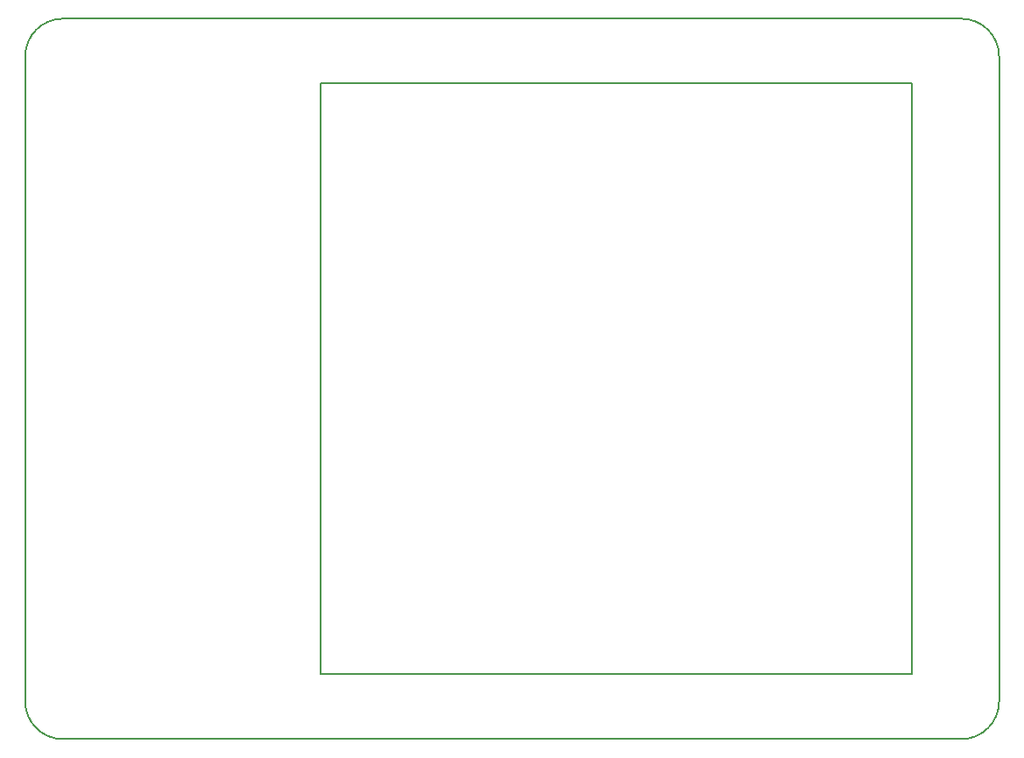
<source format=gm1>
G04 #@! TF.GenerationSoftware,KiCad,Pcbnew,(5.1.10-1-10_14)*
G04 #@! TF.CreationDate,2021-09-20T16:01:33+08:00*
G04 #@! TF.ProjectId,SMP top plate v.2 ,534d5020-746f-4702-9070-6c6174652076,rev?*
G04 #@! TF.SameCoordinates,Original*
G04 #@! TF.FileFunction,Profile,NP*
%FSLAX46Y46*%
G04 Gerber Fmt 4.6, Leading zero omitted, Abs format (unit mm)*
G04 Created by KiCad (PCBNEW (5.1.10-1-10_14)) date 2021-09-20 16:01:33*
%MOMM*%
%LPD*%
G01*
G04 APERTURE LIST*
G04 #@! TA.AperFunction,Profile*
%ADD10C,0.150000*%
G04 #@! TD*
G04 APERTURE END LIST*
D10*
X119824500Y-71648320D02*
X119824500Y-128798320D01*
X176974500Y-71648320D02*
X119824500Y-71648320D01*
X176974500Y-128798320D02*
X176974500Y-71648320D01*
X119824500Y-128798320D02*
X176974500Y-128798320D01*
X94919800Y-65374520D02*
X181737000Y-65374520D01*
X185394600Y-131414520D02*
X185394600Y-69032120D01*
X94919800Y-135072120D02*
X181737000Y-135072120D01*
X91262200Y-131414520D02*
X91262200Y-69032120D01*
X91262200Y-69032120D02*
G75*
G02*
X94919800Y-65374520I3657600J0D01*
G01*
X181737000Y-65374520D02*
G75*
G02*
X185394600Y-69032120I0J-3657600D01*
G01*
X185394600Y-131414520D02*
G75*
G02*
X181737000Y-135072120I-3657600J0D01*
G01*
X94919800Y-135072120D02*
G75*
G02*
X91262200Y-131414520I0J3657600D01*
G01*
M02*

</source>
